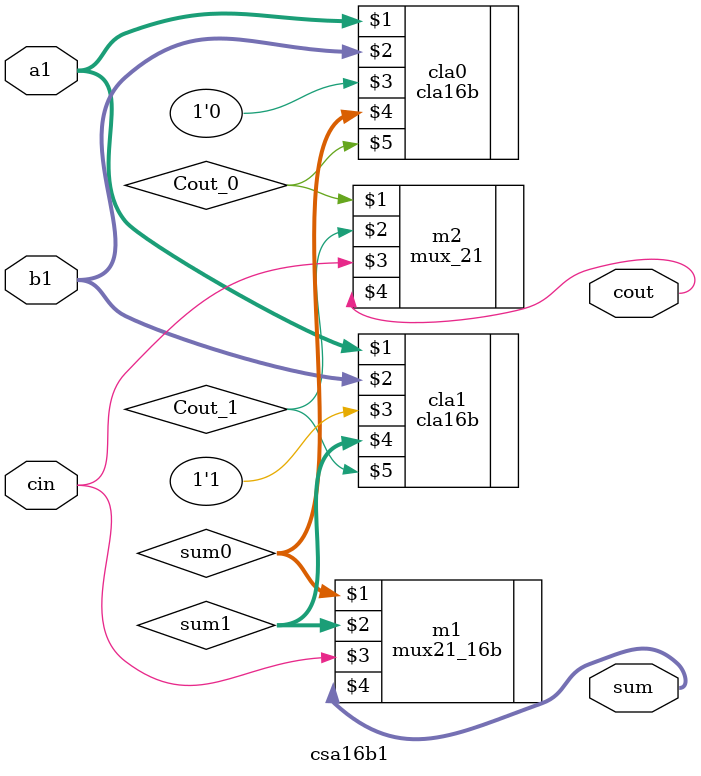
<source format=v>
module csa16b1(
input [15:0] a1, b1,
input cin,
output [15:0] sum,
output cout);

wire[15:0] sum0, sum1;
wire Cout_0, Cout_1;

cla16b cla0 (a1, b1, 1'b0, sum0, Cout_0);
cla16b cla1 (a1, b1, 1'b1, sum1, Cout_1);

mux21_16b m1 (sum0, sum1, cin, sum);
mux_21 m2 (Cout_0, Cout_1, cin, cout);

endmodule

</source>
